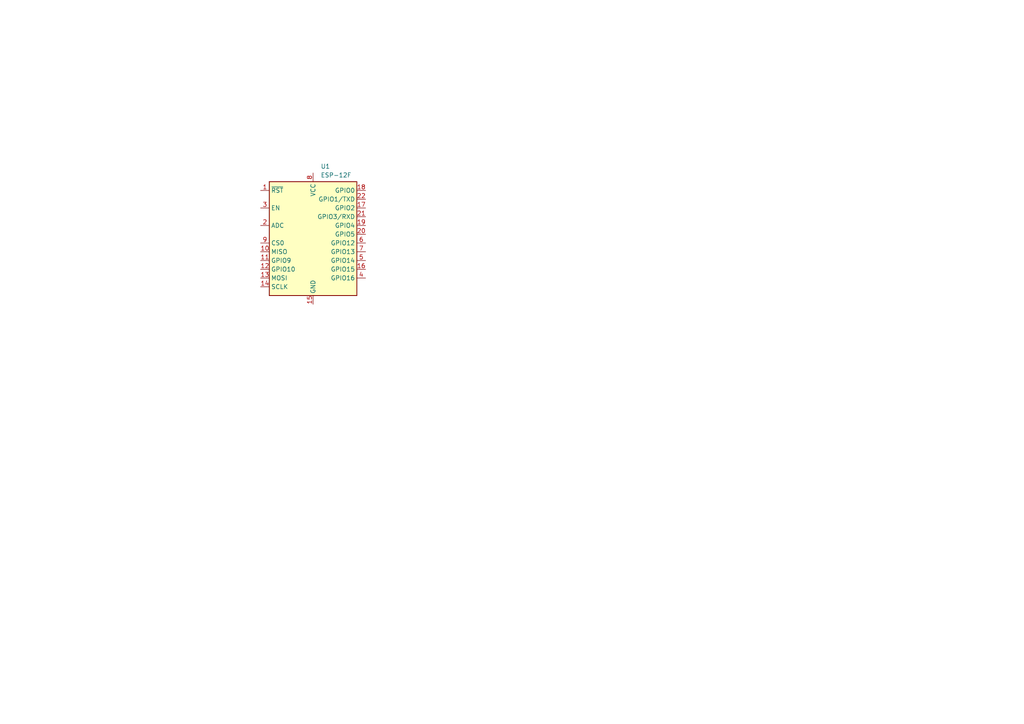
<source format=kicad_sch>
(kicad_sch (version 20230121) (generator eeschema)
  (paper "A4")
  (lib_symbols
    (symbol "RF_Module:ESP-12F"
      (property "Reference" "U" (at -12.7 19.05 0))
      (property "Value" "ESP-12F" (at 12.7 19.05 0))
      (symbol "ESP-12F_0_1"
        (rectangle (start -12.7 17.78) (end 12.7 -15.24) (stroke (width 0.254)) (fill (type background)))
      )
      (symbol "ESP-12F_1_1"
        (pin input line (at -15.24 15.24 0) (length 2.54) (name "~{RST}") (number "1"))
        (pin bidirectional line (at -15.24 -2.54 0) (length 2.54) (name "MISO") (number "10"))
        (pin bidirectional line (at -15.24 -5.08 0) (length 2.54) (name "GPIO9") (number "11"))
        (pin bidirectional line (at -15.24 -7.62 0) (length 2.54) (name "GPIO10") (number "12"))
        (pin bidirectional line (at -15.24 -10.16 0) (length 2.54) (name "MOSI") (number "13"))
        (pin bidirectional line (at -15.24 -12.7 0) (length 2.54) (name "SCLK") (number "14"))
        (pin power_in line (at 0 -17.78 90) (length 2.54) (name "GND") (number "15"))
        (pin bidirectional line (at 15.24 -7.62 180) (length 2.54) (name "GPIO15") (number "16"))
        (pin bidirectional line (at 15.24 10.16 180) (length 2.54) (name "GPIO2") (number "17"))
        (pin bidirectional line (at 15.24 15.24 180) (length 2.54) (name "GPIO0") (number "18"))
        (pin bidirectional line (at 15.24 5.08 180) (length 2.54) (name "GPIO4") (number "19"))
        (pin input line (at -15.24 5.08 0) (length 2.54) (name "ADC") (number "2"))
        (pin bidirectional line (at 15.24 2.54 180) (length 2.54) (name "GPIO5") (number "20"))
        (pin bidirectional line (at 15.24 7.62 180) (length 2.54) (name "GPIO3/RXD") (number "21"))
        (pin bidirectional line (at 15.24 12.7 180) (length 2.54) (name "GPIO1/TXD") (number "22"))
        (pin input line (at -15.24 10.16 0) (length 2.54) (name "EN") (number "3"))
        (pin bidirectional line (at 15.24 -10.16 180) (length 2.54) (name "GPIO16") (number "4"))
        (pin bidirectional line (at 15.24 -5.08 180) (length 2.54) (name "GPIO14") (number "5"))
        (pin bidirectional line (at 15.24 0 180) (length 2.54) (name "GPIO12") (number "6"))
        (pin bidirectional line (at 15.24 -2.54 180) (length 2.54) (name "GPIO13") (number "7"))
        (pin power_in line (at 0 20.32 270) (length 2.54) (name "VCC") (number "8"))
        (pin input line (at -15.24 0 0) (length 2.54) (name "CS0") (number "9"))
      )
    )
  )
  (symbol (lib_id "RF_Module:ESP-12F") (at 90.805 70.485 0) (unit 1)
    (property "Reference" "U1" (at 92.9991 48.26 0) (effects (justify left)))
    (property "Value" "ESP-12F" (at 92.9991 50.8 0) (effects (justify left)))
    (property "Footprint" "RF_Module:ESP-12E" (effects hide))
    (property "Datasheet" "http://wiki.ai-thinker.com/_media/esp8266/esp8266_series_modules_user_manual_v1.1.pdf" (effects hide))
  )
)
</source>
